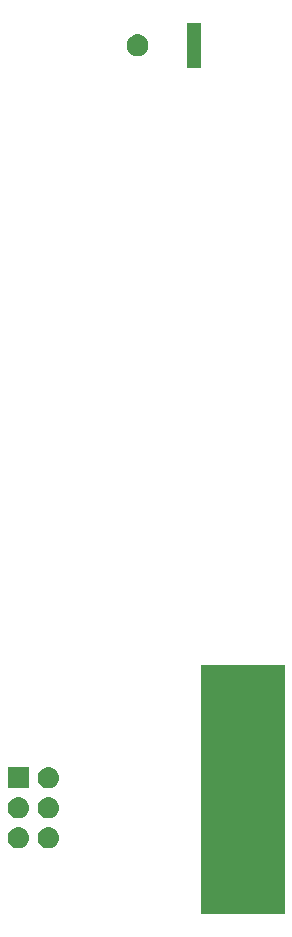
<source format=gbr>
G04 #@! TF.GenerationSoftware,KiCad,Pcbnew,(5.0.0-rc2-dev-668-g07e7340a9)*
G04 #@! TF.CreationDate,2018-12-11T17:55:09-05:00*
G04 #@! TF.ProjectId,BalancingBusinessCardLights,42616C616E63696E67427573696E6573,rev?*
G04 #@! TF.SameCoordinates,Original*
G04 #@! TF.FileFunction,Soldermask,Bot*
G04 #@! TF.FilePolarity,Negative*
%FSLAX46Y46*%
G04 Gerber Fmt 4.6, Leading zero omitted, Abs format (unit mm)*
G04 Created by KiCad (PCBNEW (5.0.0-rc2-dev-668-g07e7340a9)) date 12/11/18 17:55:09*
%MOMM*%
%LPD*%
G01*
G04 APERTURE LIST*
%ADD10C,0.100000*%
G04 APERTURE END LIST*
D10*
G36*
X209051000Y-126551000D02*
X201949000Y-126551000D01*
X201949000Y-105449000D01*
X209051000Y-105449000D01*
X209051000Y-126551000D01*
X209051000Y-126551000D01*
G37*
G36*
X189150443Y-119185519D02*
X189216627Y-119192037D01*
X189329853Y-119226384D01*
X189386467Y-119243557D01*
X189525087Y-119317652D01*
X189542991Y-119327222D01*
X189578729Y-119356552D01*
X189680186Y-119439814D01*
X189763448Y-119541271D01*
X189792778Y-119577009D01*
X189792779Y-119577011D01*
X189876443Y-119733533D01*
X189876443Y-119733534D01*
X189927963Y-119903373D01*
X189945359Y-120080000D01*
X189927963Y-120256627D01*
X189893616Y-120369853D01*
X189876443Y-120426467D01*
X189802348Y-120565087D01*
X189792778Y-120582991D01*
X189763448Y-120618729D01*
X189680186Y-120720186D01*
X189578729Y-120803448D01*
X189542991Y-120832778D01*
X189542989Y-120832779D01*
X189386467Y-120916443D01*
X189329853Y-120933616D01*
X189216627Y-120967963D01*
X189150443Y-120974481D01*
X189084260Y-120981000D01*
X188995740Y-120981000D01*
X188929557Y-120974481D01*
X188863373Y-120967963D01*
X188750147Y-120933616D01*
X188693533Y-120916443D01*
X188537011Y-120832779D01*
X188537009Y-120832778D01*
X188501271Y-120803448D01*
X188399814Y-120720186D01*
X188316552Y-120618729D01*
X188287222Y-120582991D01*
X188277652Y-120565087D01*
X188203557Y-120426467D01*
X188186384Y-120369853D01*
X188152037Y-120256627D01*
X188134641Y-120080000D01*
X188152037Y-119903373D01*
X188203557Y-119733534D01*
X188203557Y-119733533D01*
X188287221Y-119577011D01*
X188287222Y-119577009D01*
X188316552Y-119541271D01*
X188399814Y-119439814D01*
X188501271Y-119356552D01*
X188537009Y-119327222D01*
X188554913Y-119317652D01*
X188693533Y-119243557D01*
X188750147Y-119226384D01*
X188863373Y-119192037D01*
X188929557Y-119185519D01*
X188995740Y-119179000D01*
X189084260Y-119179000D01*
X189150443Y-119185519D01*
X189150443Y-119185519D01*
G37*
G36*
X186610443Y-119185519D02*
X186676627Y-119192037D01*
X186789853Y-119226384D01*
X186846467Y-119243557D01*
X186985087Y-119317652D01*
X187002991Y-119327222D01*
X187038729Y-119356552D01*
X187140186Y-119439814D01*
X187223448Y-119541271D01*
X187252778Y-119577009D01*
X187252779Y-119577011D01*
X187336443Y-119733533D01*
X187336443Y-119733534D01*
X187387963Y-119903373D01*
X187405359Y-120080000D01*
X187387963Y-120256627D01*
X187353616Y-120369853D01*
X187336443Y-120426467D01*
X187262348Y-120565087D01*
X187252778Y-120582991D01*
X187223448Y-120618729D01*
X187140186Y-120720186D01*
X187038729Y-120803448D01*
X187002991Y-120832778D01*
X187002989Y-120832779D01*
X186846467Y-120916443D01*
X186789853Y-120933616D01*
X186676627Y-120967963D01*
X186610443Y-120974481D01*
X186544260Y-120981000D01*
X186455740Y-120981000D01*
X186389557Y-120974481D01*
X186323373Y-120967963D01*
X186210147Y-120933616D01*
X186153533Y-120916443D01*
X185997011Y-120832779D01*
X185997009Y-120832778D01*
X185961271Y-120803448D01*
X185859814Y-120720186D01*
X185776552Y-120618729D01*
X185747222Y-120582991D01*
X185737652Y-120565087D01*
X185663557Y-120426467D01*
X185646384Y-120369853D01*
X185612037Y-120256627D01*
X185594641Y-120080000D01*
X185612037Y-119903373D01*
X185663557Y-119733534D01*
X185663557Y-119733533D01*
X185747221Y-119577011D01*
X185747222Y-119577009D01*
X185776552Y-119541271D01*
X185859814Y-119439814D01*
X185961271Y-119356552D01*
X185997009Y-119327222D01*
X186014913Y-119317652D01*
X186153533Y-119243557D01*
X186210147Y-119226384D01*
X186323373Y-119192037D01*
X186389557Y-119185519D01*
X186455740Y-119179000D01*
X186544260Y-119179000D01*
X186610443Y-119185519D01*
X186610443Y-119185519D01*
G37*
G36*
X186610442Y-116645518D02*
X186676627Y-116652037D01*
X186789853Y-116686384D01*
X186846467Y-116703557D01*
X186985087Y-116777652D01*
X187002991Y-116787222D01*
X187038729Y-116816552D01*
X187140186Y-116899814D01*
X187223448Y-117001271D01*
X187252778Y-117037009D01*
X187252779Y-117037011D01*
X187336443Y-117193533D01*
X187336443Y-117193534D01*
X187387963Y-117363373D01*
X187405359Y-117540000D01*
X187387963Y-117716627D01*
X187353616Y-117829853D01*
X187336443Y-117886467D01*
X187262348Y-118025087D01*
X187252778Y-118042991D01*
X187223448Y-118078729D01*
X187140186Y-118180186D01*
X187038729Y-118263448D01*
X187002991Y-118292778D01*
X187002989Y-118292779D01*
X186846467Y-118376443D01*
X186789853Y-118393616D01*
X186676627Y-118427963D01*
X186610442Y-118434482D01*
X186544260Y-118441000D01*
X186455740Y-118441000D01*
X186389558Y-118434482D01*
X186323373Y-118427963D01*
X186210147Y-118393616D01*
X186153533Y-118376443D01*
X185997011Y-118292779D01*
X185997009Y-118292778D01*
X185961271Y-118263448D01*
X185859814Y-118180186D01*
X185776552Y-118078729D01*
X185747222Y-118042991D01*
X185737652Y-118025087D01*
X185663557Y-117886467D01*
X185646384Y-117829853D01*
X185612037Y-117716627D01*
X185594641Y-117540000D01*
X185612037Y-117363373D01*
X185663557Y-117193534D01*
X185663557Y-117193533D01*
X185747221Y-117037011D01*
X185747222Y-117037009D01*
X185776552Y-117001271D01*
X185859814Y-116899814D01*
X185961271Y-116816552D01*
X185997009Y-116787222D01*
X186014913Y-116777652D01*
X186153533Y-116703557D01*
X186210147Y-116686384D01*
X186323373Y-116652037D01*
X186389558Y-116645518D01*
X186455740Y-116639000D01*
X186544260Y-116639000D01*
X186610442Y-116645518D01*
X186610442Y-116645518D01*
G37*
G36*
X189150442Y-116645518D02*
X189216627Y-116652037D01*
X189329853Y-116686384D01*
X189386467Y-116703557D01*
X189525087Y-116777652D01*
X189542991Y-116787222D01*
X189578729Y-116816552D01*
X189680186Y-116899814D01*
X189763448Y-117001271D01*
X189792778Y-117037009D01*
X189792779Y-117037011D01*
X189876443Y-117193533D01*
X189876443Y-117193534D01*
X189927963Y-117363373D01*
X189945359Y-117540000D01*
X189927963Y-117716627D01*
X189893616Y-117829853D01*
X189876443Y-117886467D01*
X189802348Y-118025087D01*
X189792778Y-118042991D01*
X189763448Y-118078729D01*
X189680186Y-118180186D01*
X189578729Y-118263448D01*
X189542991Y-118292778D01*
X189542989Y-118292779D01*
X189386467Y-118376443D01*
X189329853Y-118393616D01*
X189216627Y-118427963D01*
X189150442Y-118434482D01*
X189084260Y-118441000D01*
X188995740Y-118441000D01*
X188929558Y-118434482D01*
X188863373Y-118427963D01*
X188750147Y-118393616D01*
X188693533Y-118376443D01*
X188537011Y-118292779D01*
X188537009Y-118292778D01*
X188501271Y-118263448D01*
X188399814Y-118180186D01*
X188316552Y-118078729D01*
X188287222Y-118042991D01*
X188277652Y-118025087D01*
X188203557Y-117886467D01*
X188186384Y-117829853D01*
X188152037Y-117716627D01*
X188134641Y-117540000D01*
X188152037Y-117363373D01*
X188203557Y-117193534D01*
X188203557Y-117193533D01*
X188287221Y-117037011D01*
X188287222Y-117037009D01*
X188316552Y-117001271D01*
X188399814Y-116899814D01*
X188501271Y-116816552D01*
X188537009Y-116787222D01*
X188554913Y-116777652D01*
X188693533Y-116703557D01*
X188750147Y-116686384D01*
X188863373Y-116652037D01*
X188929558Y-116645518D01*
X188995740Y-116639000D01*
X189084260Y-116639000D01*
X189150442Y-116645518D01*
X189150442Y-116645518D01*
G37*
G36*
X189150443Y-114105519D02*
X189216627Y-114112037D01*
X189329853Y-114146384D01*
X189386467Y-114163557D01*
X189525087Y-114237652D01*
X189542991Y-114247222D01*
X189578729Y-114276552D01*
X189680186Y-114359814D01*
X189763448Y-114461271D01*
X189792778Y-114497009D01*
X189792779Y-114497011D01*
X189876443Y-114653533D01*
X189876443Y-114653534D01*
X189927963Y-114823373D01*
X189945359Y-115000000D01*
X189927963Y-115176627D01*
X189893616Y-115289853D01*
X189876443Y-115346467D01*
X189802348Y-115485087D01*
X189792778Y-115502991D01*
X189763448Y-115538729D01*
X189680186Y-115640186D01*
X189578729Y-115723448D01*
X189542991Y-115752778D01*
X189542989Y-115752779D01*
X189386467Y-115836443D01*
X189329853Y-115853616D01*
X189216627Y-115887963D01*
X189150443Y-115894481D01*
X189084260Y-115901000D01*
X188995740Y-115901000D01*
X188929557Y-115894481D01*
X188863373Y-115887963D01*
X188750147Y-115853616D01*
X188693533Y-115836443D01*
X188537011Y-115752779D01*
X188537009Y-115752778D01*
X188501271Y-115723448D01*
X188399814Y-115640186D01*
X188316552Y-115538729D01*
X188287222Y-115502991D01*
X188277652Y-115485087D01*
X188203557Y-115346467D01*
X188186384Y-115289853D01*
X188152037Y-115176627D01*
X188134641Y-115000000D01*
X188152037Y-114823373D01*
X188203557Y-114653534D01*
X188203557Y-114653533D01*
X188287221Y-114497011D01*
X188287222Y-114497009D01*
X188316552Y-114461271D01*
X188399814Y-114359814D01*
X188501271Y-114276552D01*
X188537009Y-114247222D01*
X188554913Y-114237652D01*
X188693533Y-114163557D01*
X188750147Y-114146384D01*
X188863373Y-114112037D01*
X188929557Y-114105519D01*
X188995740Y-114099000D01*
X189084260Y-114099000D01*
X189150443Y-114105519D01*
X189150443Y-114105519D01*
G37*
G36*
X187401000Y-115901000D02*
X185599000Y-115901000D01*
X185599000Y-114099000D01*
X187401000Y-114099000D01*
X187401000Y-115901000D01*
X187401000Y-115901000D01*
G37*
G36*
X202001000Y-54926000D02*
X200799000Y-54926000D01*
X200799000Y-51074000D01*
X202001000Y-51074000D01*
X202001000Y-54926000D01*
X202001000Y-54926000D01*
G37*
G36*
X196870104Y-52109585D02*
X197038626Y-52179389D01*
X197190291Y-52280728D01*
X197319272Y-52409709D01*
X197420611Y-52561374D01*
X197490415Y-52729896D01*
X197526000Y-52908797D01*
X197526000Y-53091203D01*
X197490415Y-53270104D01*
X197420611Y-53438626D01*
X197319272Y-53590291D01*
X197190291Y-53719272D01*
X197038626Y-53820611D01*
X196870104Y-53890415D01*
X196691203Y-53926000D01*
X196508797Y-53926000D01*
X196329896Y-53890415D01*
X196161374Y-53820611D01*
X196009709Y-53719272D01*
X195880728Y-53590291D01*
X195779389Y-53438626D01*
X195709585Y-53270104D01*
X195674000Y-53091203D01*
X195674000Y-52908797D01*
X195709585Y-52729896D01*
X195779389Y-52561374D01*
X195880728Y-52409709D01*
X196009709Y-52280728D01*
X196161374Y-52179389D01*
X196329896Y-52109585D01*
X196508797Y-52074000D01*
X196691203Y-52074000D01*
X196870104Y-52109585D01*
X196870104Y-52109585D01*
G37*
M02*

</source>
